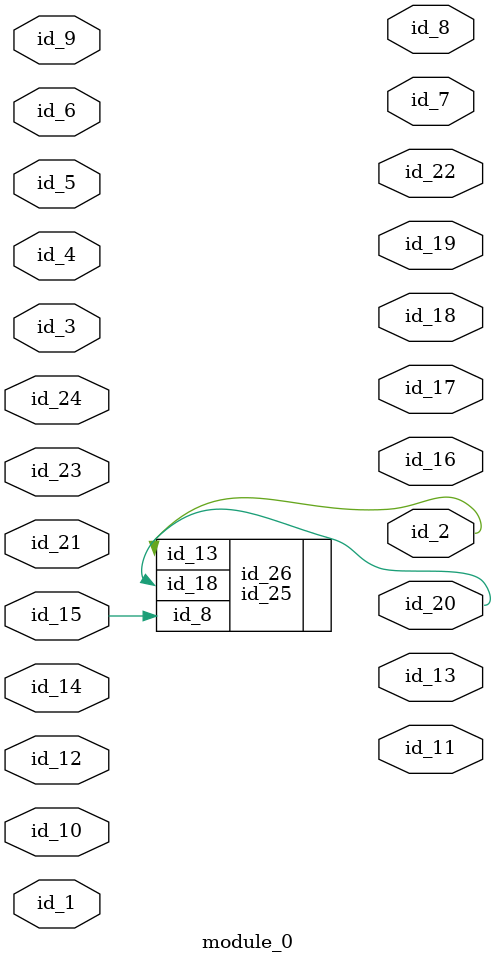
<source format=v>
module module_0 (
    id_1,
    id_2,
    id_3,
    id_4,
    id_5,
    id_6,
    id_7,
    id_8,
    id_9,
    id_10,
    id_11,
    id_12,
    id_13,
    id_14,
    id_15,
    id_16,
    id_17,
    id_18,
    id_19,
    id_20,
    id_21,
    id_22,
    id_23,
    id_24
);
  input id_24;
  input id_23;
  output id_22;
  input id_21;
  output id_20;
  output id_19;
  output id_18;
  output id_17;
  output id_16;
  input id_15;
  input id_14;
  output id_13;
  input id_12;
  output id_11;
  input id_10;
  input id_9;
  output id_8;
  output id_7;
  input id_6;
  input id_5;
  input id_4;
  input id_3;
  output id_2;
  input id_1;
  id_25 id_26 (
      .id_18(id_20),
      .id_13(id_2),
      .id_8 (id_15)
  );
  id_27 id_28 (
      .id_17(id_14),
      .id_12(id_4),
      .id_21(id_9)
  );
endmodule

</source>
